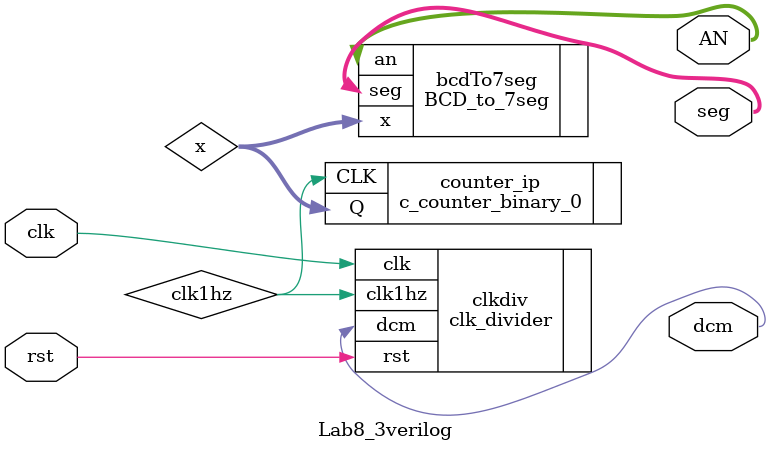
<source format=v>
`timescale 1ns / 1ps


module Lab8_3verilog(
    input clk,
    input rst,
    output dcm,
    output [6:0] seg,
    output [7:0] AN
    );
    
    wire clk1hz;
    wire [3:0] x;
    
    clk_divider clkdiv(.clk(clk), .rst(rst), .dcm(dcm), .clk1hz(clk1hz));
    c_counter_binary_0 counter_ip(.CLK(clk1hz), .Q(x));
    BCD_to_7seg bcdTo7seg(.x(x), .an(AN), .seg(seg));
    
endmodule

</source>
